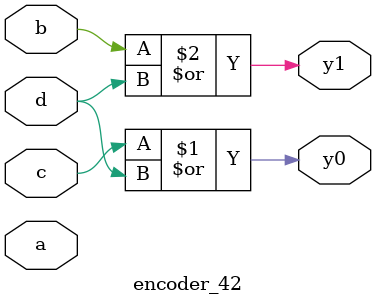
<source format=v>

module encoder_42(a,b,c,d,y0,y1);
  input a,b,c,d;
  output y0,y1;
  assign y0 = c | d;
  assign y1 = b | d;
endmodule

</source>
